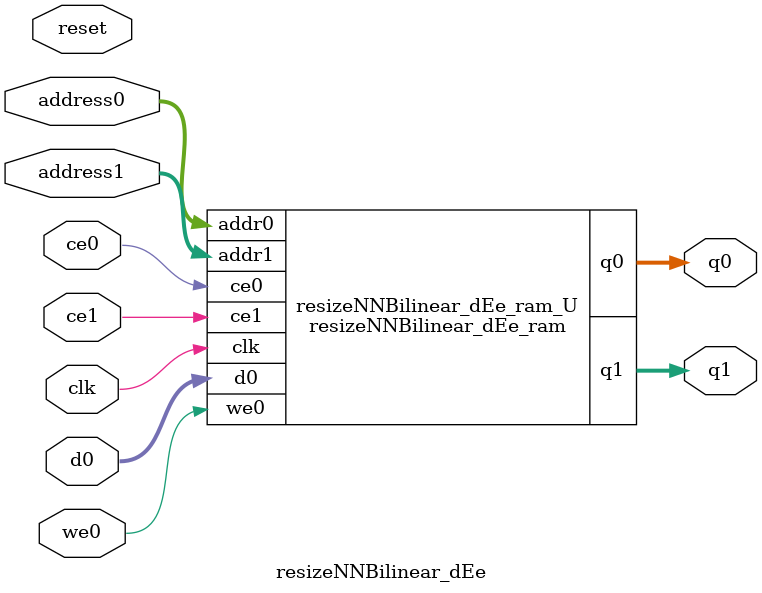
<source format=v>
`timescale 1 ns / 1 ps
module resizeNNBilinear_dEe_ram (addr0, ce0, d0, we0, q0, addr1, ce1, q1,  clk);

parameter DWIDTH = 24;
parameter AWIDTH = 12;
parameter MEM_SIZE = 3840;

input[AWIDTH-1:0] addr0;
input ce0;
input[DWIDTH-1:0] d0;
input we0;
output reg[DWIDTH-1:0] q0;
input[AWIDTH-1:0] addr1;
input ce1;
output reg[DWIDTH-1:0] q1;
input clk;

(* ram_style = "block" *)reg [DWIDTH-1:0] ram[0:MEM_SIZE-1];




always @(posedge clk)  
begin 
    if (ce0) begin
        if (we0) 
            ram[addr0] <= d0; 
        q0 <= ram[addr0];
    end
end


always @(posedge clk)  
begin 
    if (ce1) begin
        q1 <= ram[addr1];
    end
end


endmodule

`timescale 1 ns / 1 ps
module resizeNNBilinear_dEe(
    reset,
    clk,
    address0,
    ce0,
    we0,
    d0,
    q0,
    address1,
    ce1,
    q1);

parameter DataWidth = 32'd24;
parameter AddressRange = 32'd3840;
parameter AddressWidth = 32'd12;
input reset;
input clk;
input[AddressWidth - 1:0] address0;
input ce0;
input we0;
input[DataWidth - 1:0] d0;
output[DataWidth - 1:0] q0;
input[AddressWidth - 1:0] address1;
input ce1;
output[DataWidth - 1:0] q1;



resizeNNBilinear_dEe_ram resizeNNBilinear_dEe_ram_U(
    .clk( clk ),
    .addr0( address0 ),
    .ce0( ce0 ),
    .we0( we0 ),
    .d0( d0 ),
    .q0( q0 ),
    .addr1( address1 ),
    .ce1( ce1 ),
    .q1( q1 ));

endmodule


</source>
